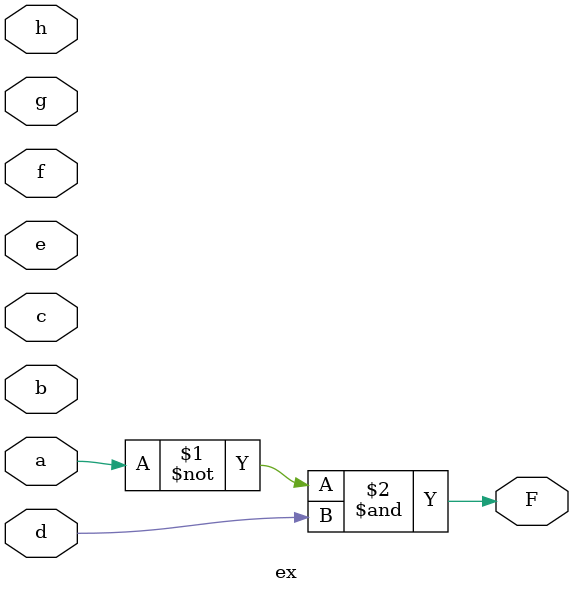
<source format=v>

module ex ( 
    a, b, c, d, e, f, g, h,
    F  );
  input  a, b, c, d, e, f, g, h;
  output F;
  assign F = ~a & d;
endmodule



</source>
